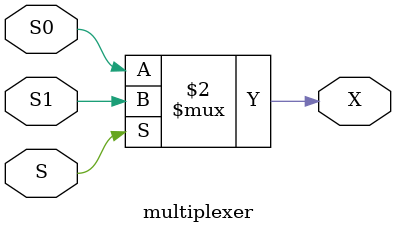
<source format=v>
`timescale 1ns / 1ps
module multiplexer(  
    

   output  X,  // The output line

   input   S1, 
   input   S0,  
   input   S  // Selection bit
	);
   
   assign X = (S == 1'b0) ? S0 : S1;
endmodule

</source>
